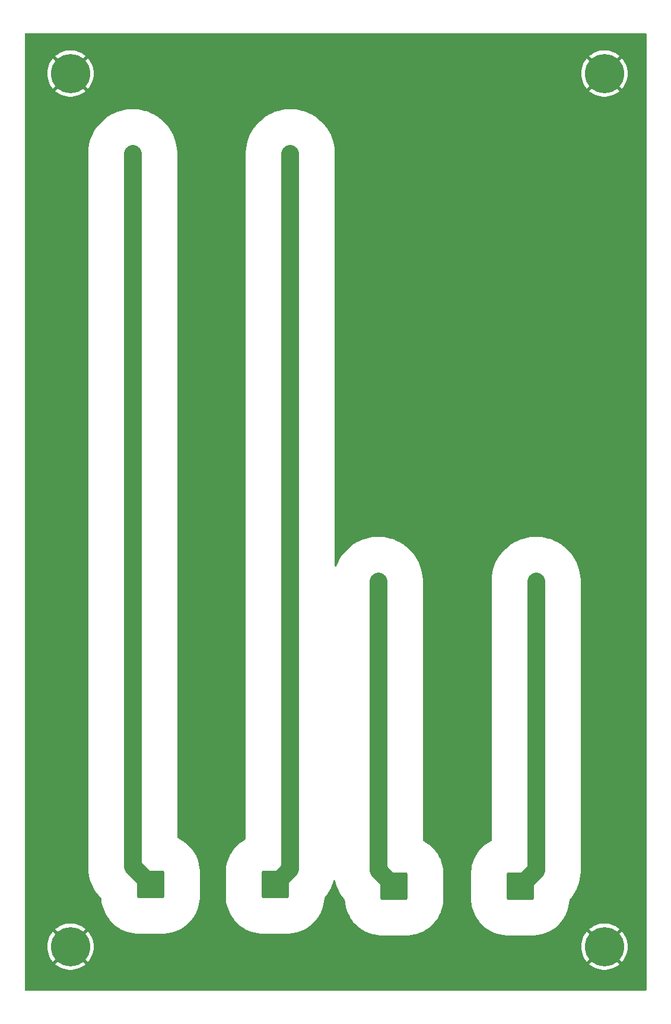
<source format=gbr>
%TF.GenerationSoftware,KiCad,Pcbnew,8.0.6*%
%TF.CreationDate,2025-01-24T11:54:14-08:00*%
%TF.ProjectId,Capacitor_test_board,43617061-6369-4746-9f72-5f746573745f,rev?*%
%TF.SameCoordinates,Original*%
%TF.FileFunction,Copper,L2,Bot*%
%TF.FilePolarity,Positive*%
%FSLAX46Y46*%
G04 Gerber Fmt 4.6, Leading zero omitted, Abs format (unit mm)*
G04 Created by KiCad (PCBNEW 8.0.6) date 2025-01-24 11:54:14*
%MOMM*%
%LPD*%
G01*
G04 APERTURE LIST*
G04 Aperture macros list*
%AMRoundRect*
0 Rectangle with rounded corners*
0 $1 Rounding radius*
0 $2 $3 $4 $5 $6 $7 $8 $9 X,Y pos of 4 corners*
0 Add a 4 corners polygon primitive as box body*
4,1,4,$2,$3,$4,$5,$6,$7,$8,$9,$2,$3,0*
0 Add four circle primitives for the rounded corners*
1,1,$1+$1,$2,$3*
1,1,$1+$1,$4,$5*
1,1,$1+$1,$6,$7*
1,1,$1+$1,$8,$9*
0 Add four rect primitives between the rounded corners*
20,1,$1+$1,$2,$3,$4,$5,0*
20,1,$1+$1,$4,$5,$6,$7,0*
20,1,$1+$1,$6,$7,$8,$9,0*
20,1,$1+$1,$8,$9,$2,$3,0*%
G04 Aperture macros list end*
%TA.AperFunction,ComponentPad*%
%ADD10C,3.600000*%
%TD*%
%TA.AperFunction,ConnectorPad*%
%ADD11C,5.600000*%
%TD*%
%TA.AperFunction,ComponentPad*%
%ADD12RoundRect,0.250002X-1.699998X-1.699998X1.699998X-1.699998X1.699998X1.699998X-1.699998X1.699998X0*%
%TD*%
%TA.AperFunction,ComponentPad*%
%ADD13C,2.400000*%
%TD*%
%TA.AperFunction,Conductor*%
%ADD14C,2.540000*%
%TD*%
G04 APERTURE END LIST*
D10*
%TO.P,H4,1,1*%
%TO.N,GND*%
X127000000Y-151130000D03*
D11*
X127000000Y-151130000D03*
%TD*%
%TO.P,H3,1,1*%
%TO.N,GND*%
X50800000Y-151130000D03*
D10*
X50800000Y-151130000D03*
%TD*%
D11*
%TO.P,H2,1,1*%
%TO.N,GND*%
X127000000Y-26670000D03*
D10*
X127000000Y-26670000D03*
%TD*%
%TO.P,H1,1,1*%
%TO.N,GND*%
X50800000Y-26670000D03*
D11*
X50800000Y-26670000D03*
%TD*%
D12*
%TO.P,J4,1,Pin_1*%
%TO.N,Net-(J4-Pin_1)*%
X115000000Y-142500000D03*
%TD*%
%TO.P,J3,1,Pin_1*%
%TO.N,Net-(J3-Pin_1)*%
X97000000Y-142500000D03*
%TD*%
%TO.P,J2,1,Pin_1*%
%TO.N,Net-(J2-Pin_1)*%
X80010000Y-142240000D03*
%TD*%
%TO.P,J1,1,Pin_1*%
%TO.N,Net-(J1-Pin_1)*%
X62230000Y-142240000D03*
%TD*%
D13*
%TO.P,C10,2*%
%TO.N,Net-(J4-Pin_1)*%
X117250000Y-129540000D03*
%TO.P,C10,1*%
%TO.N,Net-(J3-Pin_1)*%
X94750000Y-129540000D03*
%TD*%
%TO.P,C9,2*%
%TO.N,Net-(J4-Pin_1)*%
X117250000Y-114300000D03*
%TO.P,C9,1*%
%TO.N,Net-(J3-Pin_1)*%
X94750000Y-114300000D03*
%TD*%
%TO.P,C8,2*%
%TO.N,Net-(J4-Pin_1)*%
X117250000Y-99060000D03*
%TO.P,C8,1*%
%TO.N,Net-(J3-Pin_1)*%
X94750000Y-99060000D03*
%TD*%
%TO.P,C7,1*%
%TO.N,Net-(J1-Pin_1)*%
X59690000Y-129540000D03*
%TO.P,C7,2*%
%TO.N,Net-(J2-Pin_1)*%
X82190000Y-129540000D03*
%TD*%
%TO.P,C6,1*%
%TO.N,Net-(J1-Pin_1)*%
X59690000Y-114300000D03*
%TO.P,C6,2*%
%TO.N,Net-(J2-Pin_1)*%
X82190000Y-114300000D03*
%TD*%
%TO.P,C5,1*%
%TO.N,Net-(J1-Pin_1)*%
X59690000Y-99060000D03*
%TO.P,C5,2*%
%TO.N,Net-(J2-Pin_1)*%
X82190000Y-99060000D03*
%TD*%
%TO.P,C4,1*%
%TO.N,Net-(J1-Pin_1)*%
X59690000Y-83820000D03*
%TO.P,C4,2*%
%TO.N,Net-(J2-Pin_1)*%
X82190000Y-83820000D03*
%TD*%
%TO.P,C3,2*%
%TO.N,Net-(J2-Pin_1)*%
X82190000Y-68580000D03*
%TO.P,C3,1*%
%TO.N,Net-(J1-Pin_1)*%
X59690000Y-68580000D03*
%TD*%
%TO.P,C2,2*%
%TO.N,Net-(J2-Pin_1)*%
X82190000Y-53340000D03*
%TO.P,C2,1*%
%TO.N,Net-(J1-Pin_1)*%
X59690000Y-53340000D03*
%TD*%
%TO.P,C1,2*%
%TO.N,Net-(J2-Pin_1)*%
X82190000Y-38100000D03*
%TO.P,C1,1*%
%TO.N,Net-(J1-Pin_1)*%
X59690000Y-38100000D03*
%TD*%
D14*
%TO.N,Net-(J4-Pin_1)*%
X117250000Y-140250000D02*
X115000000Y-142500000D01*
X117250000Y-99060000D02*
X117250000Y-140250000D01*
%TO.N,Net-(J3-Pin_1)*%
X94750000Y-140250000D02*
X97000000Y-142500000D01*
X94750000Y-99060000D02*
X94750000Y-140250000D01*
%TO.N,Net-(J2-Pin_1)*%
X82190000Y-140060000D02*
X80010000Y-142240000D01*
X82190000Y-68580000D02*
X82190000Y-99060000D01*
X82190000Y-53340000D02*
X82190000Y-68580000D01*
X82190000Y-38100000D02*
X82190000Y-53340000D01*
%TO.N,Net-(J1-Pin_1)*%
X59690000Y-139700000D02*
X62230000Y-142240000D01*
X59690000Y-129540000D02*
X59690000Y-139700000D01*
X59690000Y-114300000D02*
X59690000Y-129540000D01*
X59690000Y-99060000D02*
X59690000Y-114300000D01*
X59690000Y-83820000D02*
X59690000Y-99060000D01*
X59690000Y-68580000D02*
X59690000Y-83820000D01*
X59690000Y-53340000D02*
X59690000Y-68580000D01*
X59690000Y-38100000D02*
X59690000Y-53340000D01*
%TO.N,Net-(J2-Pin_1)*%
X82190000Y-99060000D02*
X82190000Y-140060000D01*
%TD*%
%TA.AperFunction,Conductor*%
%TO.N,GND*%
G36*
X132942539Y-20920185D02*
G01*
X132988294Y-20972989D01*
X132999500Y-21024500D01*
X132999500Y-157275500D01*
X132979815Y-157342539D01*
X132927011Y-157388294D01*
X132875500Y-157399500D01*
X44424500Y-157399500D01*
X44357461Y-157379815D01*
X44311706Y-157327011D01*
X44300500Y-157275500D01*
X44300500Y-151129997D01*
X47495153Y-151129997D01*
X47495153Y-151130002D01*
X47514526Y-151487314D01*
X47514527Y-151487331D01*
X47572415Y-151840431D01*
X47572421Y-151840457D01*
X47668147Y-152185232D01*
X47668149Y-152185239D01*
X47800597Y-152517659D01*
X47800606Y-152517677D01*
X47968218Y-152833827D01*
X48169024Y-153129994D01*
X48169035Y-153130008D01*
X48296441Y-153280002D01*
X48296442Y-153280002D01*
X49505747Y-152070697D01*
X49579588Y-152172330D01*
X49757670Y-152350412D01*
X49859300Y-152424251D01*
X48647257Y-153636294D01*
X48660495Y-153648836D01*
X48945367Y-153865388D01*
X48945370Y-153865390D01*
X49251990Y-154049876D01*
X49576739Y-154200122D01*
X49576744Y-154200123D01*
X49915855Y-154314383D01*
X50265339Y-154391311D01*
X50621075Y-154429999D01*
X50621085Y-154430000D01*
X50978915Y-154430000D01*
X50978924Y-154429999D01*
X51334660Y-154391311D01*
X51684144Y-154314383D01*
X52023255Y-154200123D01*
X52023260Y-154200122D01*
X52348009Y-154049876D01*
X52654629Y-153865390D01*
X52654632Y-153865388D01*
X52939509Y-153648831D01*
X52952742Y-153636295D01*
X52952742Y-153636294D01*
X51740699Y-152424251D01*
X51842330Y-152350412D01*
X52020412Y-152172330D01*
X52094252Y-152070698D01*
X53303556Y-153280002D01*
X53430972Y-153129998D01*
X53430975Y-153129994D01*
X53631781Y-152833827D01*
X53799393Y-152517677D01*
X53799402Y-152517659D01*
X53931850Y-152185239D01*
X53931852Y-152185232D01*
X54027578Y-151840457D01*
X54027584Y-151840431D01*
X54085472Y-151487331D01*
X54085473Y-151487314D01*
X54104847Y-151130002D01*
X54104847Y-151129997D01*
X123695153Y-151129997D01*
X123695153Y-151130002D01*
X123714526Y-151487314D01*
X123714527Y-151487331D01*
X123772415Y-151840431D01*
X123772421Y-151840457D01*
X123868147Y-152185232D01*
X123868149Y-152185239D01*
X124000597Y-152517659D01*
X124000606Y-152517677D01*
X124168218Y-152833827D01*
X124369024Y-153129994D01*
X124369035Y-153130008D01*
X124496441Y-153280002D01*
X124496442Y-153280002D01*
X125705747Y-152070697D01*
X125779588Y-152172330D01*
X125957670Y-152350412D01*
X126059300Y-152424251D01*
X124847257Y-153636294D01*
X124860495Y-153648836D01*
X125145367Y-153865388D01*
X125145370Y-153865390D01*
X125451990Y-154049876D01*
X125776739Y-154200122D01*
X125776744Y-154200123D01*
X126115855Y-154314383D01*
X126465339Y-154391311D01*
X126821075Y-154429999D01*
X126821085Y-154430000D01*
X127178915Y-154430000D01*
X127178924Y-154429999D01*
X127534660Y-154391311D01*
X127884144Y-154314383D01*
X128223255Y-154200123D01*
X128223260Y-154200122D01*
X128548009Y-154049876D01*
X128854629Y-153865390D01*
X128854632Y-153865388D01*
X129139509Y-153648831D01*
X129152742Y-153636295D01*
X129152742Y-153636294D01*
X127940699Y-152424251D01*
X128042330Y-152350412D01*
X128220412Y-152172330D01*
X128294251Y-152070698D01*
X129503556Y-153280002D01*
X129630972Y-153129998D01*
X129630975Y-153129994D01*
X129831781Y-152833827D01*
X129999393Y-152517677D01*
X129999402Y-152517659D01*
X130131850Y-152185239D01*
X130131852Y-152185232D01*
X130227578Y-151840457D01*
X130227584Y-151840431D01*
X130285472Y-151487331D01*
X130285473Y-151487314D01*
X130304847Y-151130002D01*
X130304847Y-151129997D01*
X130285473Y-150772685D01*
X130285472Y-150772668D01*
X130227584Y-150419568D01*
X130227578Y-150419542D01*
X130131852Y-150074767D01*
X130131850Y-150074760D01*
X129999402Y-149742340D01*
X129999393Y-149742322D01*
X129831781Y-149426172D01*
X129630975Y-149130005D01*
X129630964Y-149129991D01*
X129503556Y-148979996D01*
X128294251Y-150189301D01*
X128220412Y-150087670D01*
X128042330Y-149909588D01*
X127940698Y-149835748D01*
X129152742Y-148623704D01*
X129139504Y-148611163D01*
X128854632Y-148394611D01*
X128854629Y-148394609D01*
X128548009Y-148210123D01*
X128223260Y-148059877D01*
X128223255Y-148059876D01*
X127884144Y-147945616D01*
X127534660Y-147868688D01*
X127178924Y-147830000D01*
X126821075Y-147830000D01*
X126465339Y-147868688D01*
X126115855Y-147945616D01*
X125776744Y-148059876D01*
X125776739Y-148059877D01*
X125451990Y-148210123D01*
X125145370Y-148394609D01*
X125145367Y-148394611D01*
X124860486Y-148611170D01*
X124860485Y-148611171D01*
X124847257Y-148623702D01*
X124847256Y-148623703D01*
X126059301Y-149835748D01*
X125957670Y-149909588D01*
X125779588Y-150087670D01*
X125705748Y-150189301D01*
X124496442Y-148979995D01*
X124496441Y-148979996D01*
X124369033Y-149129992D01*
X124168218Y-149426172D01*
X124000606Y-149742322D01*
X124000597Y-149742340D01*
X123868149Y-150074760D01*
X123868147Y-150074767D01*
X123772421Y-150419542D01*
X123772415Y-150419568D01*
X123714527Y-150772668D01*
X123714526Y-150772685D01*
X123695153Y-151129997D01*
X54104847Y-151129997D01*
X54085473Y-150772685D01*
X54085472Y-150772668D01*
X54027584Y-150419568D01*
X54027578Y-150419542D01*
X53931852Y-150074767D01*
X53931850Y-150074760D01*
X53799402Y-149742340D01*
X53799393Y-149742322D01*
X53631781Y-149426172D01*
X53430975Y-149130005D01*
X53430964Y-149129991D01*
X53303556Y-148979996D01*
X52094251Y-150189300D01*
X52020412Y-150087670D01*
X51842330Y-149909588D01*
X51740698Y-149835748D01*
X52952742Y-148623704D01*
X52939504Y-148611163D01*
X52654632Y-148394611D01*
X52654629Y-148394609D01*
X52348009Y-148210123D01*
X52023260Y-148059877D01*
X52023255Y-148059876D01*
X51684144Y-147945616D01*
X51334660Y-147868688D01*
X50978924Y-147830000D01*
X50621075Y-147830000D01*
X50265339Y-147868688D01*
X49915855Y-147945616D01*
X49576744Y-148059876D01*
X49576739Y-148059877D01*
X49251990Y-148210123D01*
X48945370Y-148394609D01*
X48945367Y-148394611D01*
X48660486Y-148611170D01*
X48660485Y-148611171D01*
X48647257Y-148623702D01*
X48647256Y-148623703D01*
X49859301Y-149835748D01*
X49757670Y-149909588D01*
X49579588Y-150087670D01*
X49505748Y-150189301D01*
X48296442Y-148979995D01*
X48296441Y-148979996D01*
X48169033Y-149129992D01*
X47968218Y-149426172D01*
X47800606Y-149742322D01*
X47800597Y-149742340D01*
X47668149Y-150074760D01*
X47668147Y-150074767D01*
X47572421Y-150419542D01*
X47572415Y-150419568D01*
X47514527Y-150772668D01*
X47514526Y-150772685D01*
X47495153Y-151129997D01*
X44300500Y-151129997D01*
X44300500Y-37850482D01*
X53339500Y-37850482D01*
X53339500Y-139949517D01*
X53347896Y-140056195D01*
X53378653Y-140446997D01*
X53456717Y-140939877D01*
X53573212Y-141425113D01*
X53573216Y-141425124D01*
X53727416Y-141899706D01*
X53857203Y-142213040D01*
X53918387Y-142360750D01*
X54144939Y-142805383D01*
X54144944Y-142805391D01*
X54144946Y-142805395D01*
X54144949Y-142805402D01*
X54405672Y-143230861D01*
X54405679Y-143230872D01*
X54698991Y-143634582D01*
X54699001Y-143634596D01*
X55006471Y-143994595D01*
X55023087Y-144014050D01*
X55023094Y-144014057D01*
X55167219Y-144158182D01*
X55200704Y-144219505D01*
X55202957Y-144233875D01*
X55246661Y-144683804D01*
X55246662Y-144683811D01*
X55330162Y-145135239D01*
X55452159Y-145577818D01*
X55452161Y-145577825D01*
X55452163Y-145577830D01*
X55452164Y-145577835D01*
X55611749Y-146008267D01*
X55611752Y-146008274D01*
X55807750Y-146423400D01*
X55807754Y-146423408D01*
X55807756Y-146423411D01*
X56038723Y-146820164D01*
X56302942Y-147195594D01*
X56598457Y-147546921D01*
X56923079Y-147871543D01*
X57274406Y-148167058D01*
X57649836Y-148431277D01*
X58046589Y-148662244D01*
X58046591Y-148662245D01*
X58046599Y-148662249D01*
X58461725Y-148858247D01*
X58461732Y-148858250D01*
X58892164Y-149017835D01*
X58892167Y-149017835D01*
X58892182Y-149017841D01*
X59334761Y-149139838D01*
X59786189Y-149223338D01*
X60243124Y-149267722D01*
X60284427Y-149268833D01*
X60346376Y-149270500D01*
X60346382Y-149270500D01*
X64113624Y-149270500D01*
X64169940Y-149268984D01*
X64216876Y-149267722D01*
X64673811Y-149223338D01*
X65125239Y-149139838D01*
X65567818Y-149017841D01*
X65567833Y-149017835D01*
X65567835Y-149017835D01*
X65998267Y-148858250D01*
X65998265Y-148858250D01*
X65998270Y-148858249D01*
X66413411Y-148662244D01*
X66810164Y-148431277D01*
X67185594Y-148167058D01*
X67536921Y-147871543D01*
X67861543Y-147546921D01*
X68157058Y-147195594D01*
X68421277Y-146820164D01*
X68652244Y-146423411D01*
X68848249Y-146008270D01*
X69007841Y-145577818D01*
X69129838Y-145135239D01*
X69213338Y-144683811D01*
X69257722Y-144226876D01*
X69260500Y-144123618D01*
X69260500Y-140356382D01*
X69260500Y-140356376D01*
X72979500Y-140356376D01*
X72979500Y-144123618D01*
X72982277Y-144226871D01*
X72982278Y-144226876D01*
X73007533Y-144486884D01*
X73026662Y-144683811D01*
X73110162Y-145135239D01*
X73232159Y-145577818D01*
X73232161Y-145577825D01*
X73232163Y-145577830D01*
X73232164Y-145577835D01*
X73391749Y-146008267D01*
X73391752Y-146008274D01*
X73587750Y-146423400D01*
X73587754Y-146423408D01*
X73587756Y-146423411D01*
X73818723Y-146820164D01*
X74082942Y-147195594D01*
X74378457Y-147546921D01*
X74703079Y-147871543D01*
X75054406Y-148167058D01*
X75429836Y-148431277D01*
X75826589Y-148662244D01*
X75826591Y-148662245D01*
X75826599Y-148662249D01*
X76241725Y-148858247D01*
X76241732Y-148858250D01*
X76672164Y-149017835D01*
X76672167Y-149017835D01*
X76672182Y-149017841D01*
X77114761Y-149139838D01*
X77566189Y-149223338D01*
X78023124Y-149267722D01*
X78064427Y-149268833D01*
X78126376Y-149270500D01*
X78126382Y-149270500D01*
X81893624Y-149270500D01*
X81949940Y-149268984D01*
X81996876Y-149267722D01*
X82453811Y-149223338D01*
X82905239Y-149139838D01*
X83347818Y-149017841D01*
X83347833Y-149017835D01*
X83347835Y-149017835D01*
X83778267Y-148858250D01*
X83778265Y-148858250D01*
X83778270Y-148858249D01*
X84193411Y-148662244D01*
X84590164Y-148431277D01*
X84965594Y-148167058D01*
X85316921Y-147871543D01*
X85641543Y-147546921D01*
X85937058Y-147195594D01*
X86201277Y-146820164D01*
X86432244Y-146423411D01*
X86628249Y-146008270D01*
X86787841Y-145577818D01*
X86909838Y-145135239D01*
X86993338Y-144683811D01*
X87037722Y-144226876D01*
X87038334Y-144204099D01*
X87059811Y-144137614D01*
X87068015Y-144126880D01*
X87070802Y-144123618D01*
X87181003Y-143994590D01*
X87474322Y-143590871D01*
X87544732Y-143475972D01*
X87735062Y-143165383D01*
X87961613Y-142720750D01*
X88152581Y-142259712D01*
X88306788Y-141785113D01*
X88326619Y-141702507D01*
X88361408Y-141641919D01*
X88423434Y-141609755D01*
X88493003Y-141616231D01*
X88548028Y-141659290D01*
X88567765Y-141702510D01*
X88633212Y-141975113D01*
X88633216Y-141975124D01*
X88787416Y-142449706D01*
X88917203Y-142763040D01*
X88978387Y-142910750D01*
X89204939Y-143355383D01*
X89204944Y-143355391D01*
X89204946Y-143355395D01*
X89204949Y-143355402D01*
X89465672Y-143780861D01*
X89465679Y-143780872D01*
X89758991Y-144184582D01*
X89759002Y-144184596D01*
X89942331Y-144399247D01*
X89970902Y-144463009D01*
X89971996Y-144476434D01*
X89972277Y-144486874D01*
X89972278Y-144486884D01*
X89991406Y-144683804D01*
X90016662Y-144943811D01*
X90100162Y-145395239D01*
X90222159Y-145837818D01*
X90222161Y-145837825D01*
X90222163Y-145837830D01*
X90222164Y-145837835D01*
X90381749Y-146268267D01*
X90381752Y-146268274D01*
X90577750Y-146683400D01*
X90577754Y-146683408D01*
X90577756Y-146683411D01*
X90808723Y-147080164D01*
X91072942Y-147455594D01*
X91072946Y-147455599D01*
X91149761Y-147546921D01*
X91368457Y-147806921D01*
X91693079Y-148131543D01*
X92044406Y-148427058D01*
X92419836Y-148691277D01*
X92706661Y-148858250D01*
X92816591Y-148922245D01*
X92816599Y-148922249D01*
X93231725Y-149118247D01*
X93231732Y-149118250D01*
X93662164Y-149277835D01*
X93662167Y-149277835D01*
X93662182Y-149277841D01*
X94104761Y-149399838D01*
X94556189Y-149483338D01*
X95013124Y-149527722D01*
X95054427Y-149528833D01*
X95116376Y-149530500D01*
X95116382Y-149530500D01*
X98883624Y-149530500D01*
X98939940Y-149528984D01*
X98986876Y-149527722D01*
X99443811Y-149483338D01*
X99895239Y-149399838D01*
X100337818Y-149277841D01*
X100337833Y-149277835D01*
X100337835Y-149277835D01*
X100710045Y-149139836D01*
X100768270Y-149118249D01*
X101183411Y-148922244D01*
X101580164Y-148691277D01*
X101955594Y-148427058D01*
X102306921Y-148131543D01*
X102631543Y-147806921D01*
X102927058Y-147455594D01*
X103191277Y-147080164D01*
X103422244Y-146683411D01*
X103618249Y-146268270D01*
X103777841Y-145837818D01*
X103899838Y-145395239D01*
X103983338Y-144943811D01*
X104027722Y-144486876D01*
X104030500Y-144383618D01*
X104030500Y-140616382D01*
X104030500Y-140616376D01*
X107969500Y-140616376D01*
X107969500Y-144383623D01*
X107972277Y-144486871D01*
X107972278Y-144486883D01*
X107991406Y-144683804D01*
X108016662Y-144943811D01*
X108100162Y-145395239D01*
X108222159Y-145837818D01*
X108222161Y-145837825D01*
X108222163Y-145837830D01*
X108222164Y-145837835D01*
X108381749Y-146268267D01*
X108381752Y-146268274D01*
X108577750Y-146683400D01*
X108577754Y-146683408D01*
X108577756Y-146683411D01*
X108808723Y-147080164D01*
X109072942Y-147455594D01*
X109072946Y-147455599D01*
X109149761Y-147546921D01*
X109368457Y-147806921D01*
X109693079Y-148131543D01*
X110044406Y-148427058D01*
X110419836Y-148691277D01*
X110706661Y-148858250D01*
X110816591Y-148922245D01*
X110816599Y-148922249D01*
X111231725Y-149118247D01*
X111231732Y-149118250D01*
X111662164Y-149277835D01*
X111662167Y-149277835D01*
X111662182Y-149277841D01*
X112104761Y-149399838D01*
X112556189Y-149483338D01*
X113013124Y-149527722D01*
X113054427Y-149528833D01*
X113116376Y-149530500D01*
X113116382Y-149530500D01*
X116883624Y-149530500D01*
X116939940Y-149528984D01*
X116986876Y-149527722D01*
X117443811Y-149483338D01*
X117895239Y-149399838D01*
X118337818Y-149277841D01*
X118337833Y-149277835D01*
X118337835Y-149277835D01*
X118710045Y-149139836D01*
X118768270Y-149118249D01*
X119183411Y-148922244D01*
X119580164Y-148691277D01*
X119955594Y-148427058D01*
X120306921Y-148131543D01*
X120631543Y-147806921D01*
X120927058Y-147455594D01*
X121191277Y-147080164D01*
X121422244Y-146683411D01*
X121618249Y-146268270D01*
X121777841Y-145837818D01*
X121899838Y-145395239D01*
X121983338Y-144943811D01*
X122027722Y-144486876D01*
X122028002Y-144476452D01*
X122049477Y-144409966D01*
X122057657Y-144399259D01*
X122204887Y-144226876D01*
X122241003Y-144184590D01*
X122534322Y-143780871D01*
X122650754Y-143590871D01*
X122795062Y-143355383D01*
X123021613Y-142910750D01*
X123212581Y-142449712D01*
X123366788Y-141975113D01*
X123483283Y-141489877D01*
X123561348Y-140996996D01*
X123600500Y-140499511D01*
X123600500Y-140000488D01*
X123600500Y-98810488D01*
X123561347Y-98313003D01*
X123483283Y-97820123D01*
X123366788Y-97334887D01*
X123212581Y-96860288D01*
X123021613Y-96399250D01*
X122795061Y-95954617D01*
X122795052Y-95954603D01*
X122795050Y-95954597D01*
X122610165Y-95652893D01*
X122534322Y-95529129D01*
X122241003Y-95125410D01*
X122240998Y-95125403D01*
X121916918Y-94745956D01*
X121916913Y-94745950D01*
X121564050Y-94393087D01*
X121564043Y-94393081D01*
X121184596Y-94069001D01*
X121184582Y-94068991D01*
X120780872Y-93775679D01*
X120780871Y-93775678D01*
X120750114Y-93756830D01*
X120355402Y-93514949D01*
X120355395Y-93514946D01*
X120355391Y-93514944D01*
X120355383Y-93514939D01*
X119910750Y-93288387D01*
X119763040Y-93227203D01*
X119449706Y-93097416D01*
X119112023Y-92987697D01*
X118975113Y-92943212D01*
X118489877Y-92826717D01*
X117996997Y-92748653D01*
X117499517Y-92709500D01*
X117499512Y-92709500D01*
X117000488Y-92709500D01*
X117000482Y-92709500D01*
X116503002Y-92748653D01*
X116503001Y-92748653D01*
X116010128Y-92826716D01*
X116010125Y-92826716D01*
X116010123Y-92826717D01*
X115836341Y-92868438D01*
X115524898Y-92943209D01*
X115524892Y-92943210D01*
X115524887Y-92943212D01*
X115524875Y-92943216D01*
X115050293Y-93097416D01*
X114589252Y-93288386D01*
X114589250Y-93288387D01*
X114144617Y-93514939D01*
X114144613Y-93514941D01*
X114144604Y-93514946D01*
X114144597Y-93514949D01*
X113719138Y-93775672D01*
X113719127Y-93775679D01*
X113315417Y-94068991D01*
X113315403Y-94069001D01*
X112935956Y-94393081D01*
X112935942Y-94393094D01*
X112583094Y-94745942D01*
X112583081Y-94745956D01*
X112259001Y-95125403D01*
X112258991Y-95125417D01*
X111965679Y-95529127D01*
X111965672Y-95529138D01*
X111704949Y-95954597D01*
X111704946Y-95954604D01*
X111478386Y-96399252D01*
X111287416Y-96860293D01*
X111133216Y-97334875D01*
X111133209Y-97334898D01*
X111016716Y-97820128D01*
X110938653Y-98313001D01*
X110938653Y-98313002D01*
X110899500Y-98810482D01*
X110899500Y-135960029D01*
X110879815Y-136027068D01*
X110828444Y-136072158D01*
X110816587Y-136077756D01*
X110419836Y-136308723D01*
X110044400Y-136572946D01*
X109693083Y-136868453D01*
X109693070Y-136868465D01*
X109368465Y-137193070D01*
X109368453Y-137193083D01*
X109072946Y-137544400D01*
X108808723Y-137919836D01*
X108577754Y-138316591D01*
X108577750Y-138316599D01*
X108381752Y-138731725D01*
X108381749Y-138731732D01*
X108222164Y-139162164D01*
X108222163Y-139162169D01*
X108222160Y-139162177D01*
X108222159Y-139162182D01*
X108171831Y-139344761D01*
X108100163Y-139604756D01*
X108016661Y-140056195D01*
X107972278Y-140513116D01*
X107972277Y-140513128D01*
X107969500Y-140616376D01*
X104030500Y-140616376D01*
X104027722Y-140513124D01*
X103983338Y-140056189D01*
X103899838Y-139604761D01*
X103777841Y-139162182D01*
X103777835Y-139162167D01*
X103777835Y-139162164D01*
X103618250Y-138731732D01*
X103618247Y-138731725D01*
X103422249Y-138316599D01*
X103422245Y-138316591D01*
X103422244Y-138316589D01*
X103191277Y-137919836D01*
X102927058Y-137544406D01*
X102631543Y-137193079D01*
X102306921Y-136868457D01*
X101997826Y-136608465D01*
X101955599Y-136572946D01*
X101955597Y-136572944D01*
X101955594Y-136572942D01*
X101580164Y-136308723D01*
X101381787Y-136193239D01*
X101183412Y-136077756D01*
X101171556Y-136072158D01*
X101119339Y-136025734D01*
X101100500Y-135960029D01*
X101100500Y-98810495D01*
X101100500Y-98810488D01*
X101061347Y-98313003D01*
X100983283Y-97820123D01*
X100866788Y-97334887D01*
X100712581Y-96860288D01*
X100521613Y-96399250D01*
X100295061Y-95954617D01*
X100295052Y-95954603D01*
X100295050Y-95954597D01*
X100110165Y-95652893D01*
X100034322Y-95529129D01*
X99741003Y-95125410D01*
X99740998Y-95125403D01*
X99416918Y-94745956D01*
X99416913Y-94745950D01*
X99064050Y-94393087D01*
X99064043Y-94393081D01*
X98684596Y-94069001D01*
X98684582Y-94068991D01*
X98280872Y-93775679D01*
X98280871Y-93775678D01*
X98250114Y-93756830D01*
X97855402Y-93514949D01*
X97855395Y-93514946D01*
X97855391Y-93514944D01*
X97855383Y-93514939D01*
X97410750Y-93288387D01*
X97263040Y-93227203D01*
X96949706Y-93097416D01*
X96612023Y-92987697D01*
X96475113Y-92943212D01*
X95989877Y-92826717D01*
X95496997Y-92748653D01*
X94999517Y-92709500D01*
X94999512Y-92709500D01*
X94500488Y-92709500D01*
X94500482Y-92709500D01*
X94003002Y-92748653D01*
X94003001Y-92748653D01*
X93510128Y-92826716D01*
X93510125Y-92826716D01*
X93510123Y-92826717D01*
X93336341Y-92868438D01*
X93024898Y-92943209D01*
X93024892Y-92943210D01*
X93024887Y-92943212D01*
X93024875Y-92943216D01*
X92550293Y-93097416D01*
X92089252Y-93288386D01*
X92089250Y-93288387D01*
X91644617Y-93514939D01*
X91644613Y-93514941D01*
X91644604Y-93514946D01*
X91644597Y-93514949D01*
X91219138Y-93775672D01*
X91219127Y-93775679D01*
X90815417Y-94068991D01*
X90815403Y-94069001D01*
X90435956Y-94393081D01*
X90435942Y-94393094D01*
X90083094Y-94745942D01*
X90083081Y-94745956D01*
X89759001Y-95125403D01*
X89758991Y-95125417D01*
X89465679Y-95529127D01*
X89465672Y-95529138D01*
X89204949Y-95954597D01*
X89204946Y-95954604D01*
X88978386Y-96399252D01*
X88787414Y-96860297D01*
X88782430Y-96875639D01*
X88742992Y-96933314D01*
X88678633Y-96960511D01*
X88609787Y-96948596D01*
X88558312Y-96901351D01*
X88540500Y-96837319D01*
X88540500Y-37850495D01*
X88540500Y-37850488D01*
X88501347Y-37353003D01*
X88423283Y-36860123D01*
X88306788Y-36374887D01*
X88152581Y-35900288D01*
X87961613Y-35439250D01*
X87735061Y-34994617D01*
X87735052Y-34994603D01*
X87735050Y-34994597D01*
X87550165Y-34692893D01*
X87474322Y-34569129D01*
X87181003Y-34165410D01*
X87180998Y-34165403D01*
X86856918Y-33785956D01*
X86856913Y-33785950D01*
X86504050Y-33433087D01*
X86504043Y-33433081D01*
X86124596Y-33109001D01*
X86124582Y-33108991D01*
X85720872Y-32815679D01*
X85720871Y-32815678D01*
X85690114Y-32796830D01*
X85295402Y-32554949D01*
X85295395Y-32554946D01*
X85295391Y-32554944D01*
X85295383Y-32554939D01*
X84850750Y-32328387D01*
X84703040Y-32267203D01*
X84389706Y-32137416D01*
X84052023Y-32027697D01*
X83915113Y-31983212D01*
X83429877Y-31866717D01*
X82936997Y-31788653D01*
X82439517Y-31749500D01*
X82439512Y-31749500D01*
X81940488Y-31749500D01*
X81940482Y-31749500D01*
X81443002Y-31788653D01*
X81443001Y-31788653D01*
X80950128Y-31866716D01*
X80950125Y-31866716D01*
X80950123Y-31866717D01*
X80776341Y-31908438D01*
X80464898Y-31983209D01*
X80464892Y-31983210D01*
X80464887Y-31983212D01*
X80464875Y-31983216D01*
X79990293Y-32137416D01*
X79529252Y-32328386D01*
X79529250Y-32328387D01*
X79084617Y-32554939D01*
X79084613Y-32554941D01*
X79084604Y-32554946D01*
X79084597Y-32554949D01*
X78659138Y-32815672D01*
X78659127Y-32815679D01*
X78255417Y-33108991D01*
X78255403Y-33109001D01*
X77875956Y-33433081D01*
X77875942Y-33433094D01*
X77523094Y-33785942D01*
X77523081Y-33785956D01*
X77199001Y-34165403D01*
X77198991Y-34165417D01*
X76905679Y-34569127D01*
X76905672Y-34569138D01*
X76644949Y-34994597D01*
X76644946Y-34994604D01*
X76418386Y-35439252D01*
X76227416Y-35900293D01*
X76073216Y-36374875D01*
X76073209Y-36374898D01*
X75956716Y-36860128D01*
X75878653Y-37353001D01*
X75878653Y-37353002D01*
X75839500Y-37850482D01*
X75839500Y-135738945D01*
X75819815Y-135805984D01*
X75777885Y-135846108D01*
X75582194Y-135960029D01*
X75429836Y-136048723D01*
X75054400Y-136312946D01*
X74703083Y-136608453D01*
X74703070Y-136608465D01*
X74378465Y-136933070D01*
X74378453Y-136933083D01*
X74082946Y-137284400D01*
X73818723Y-137659836D01*
X73587754Y-138056591D01*
X73587750Y-138056599D01*
X73391752Y-138471725D01*
X73391749Y-138471732D01*
X73232164Y-138902164D01*
X73232163Y-138902169D01*
X73110163Y-139344756D01*
X73026661Y-139796195D01*
X72982278Y-140253116D01*
X72982277Y-140253128D01*
X72979500Y-140356376D01*
X69260500Y-140356376D01*
X69257722Y-140253124D01*
X69213338Y-139796189D01*
X69129838Y-139344761D01*
X69007841Y-138902182D01*
X69007835Y-138902167D01*
X69007835Y-138902164D01*
X68848250Y-138471732D01*
X68848247Y-138471725D01*
X68652249Y-138056599D01*
X68652245Y-138056591D01*
X68572634Y-137919836D01*
X68421277Y-137659836D01*
X68157058Y-137284406D01*
X67861543Y-136933079D01*
X67536921Y-136608457D01*
X67185594Y-136312942D01*
X66810164Y-136048723D01*
X66647263Y-135953891D01*
X66413409Y-135817754D01*
X66111559Y-135675238D01*
X66059341Y-135628816D01*
X66040500Y-135563108D01*
X66040500Y-37850495D01*
X66040500Y-37850488D01*
X66001347Y-37353003D01*
X65923283Y-36860123D01*
X65806788Y-36374887D01*
X65652581Y-35900288D01*
X65461613Y-35439250D01*
X65235061Y-34994617D01*
X65235052Y-34994603D01*
X65235050Y-34994597D01*
X65050165Y-34692893D01*
X64974322Y-34569129D01*
X64681003Y-34165410D01*
X64680998Y-34165403D01*
X64356918Y-33785956D01*
X64356913Y-33785950D01*
X64004050Y-33433087D01*
X64004043Y-33433081D01*
X63624596Y-33109001D01*
X63624582Y-33108991D01*
X63220872Y-32815679D01*
X63220871Y-32815678D01*
X63190114Y-32796830D01*
X62795402Y-32554949D01*
X62795395Y-32554946D01*
X62795391Y-32554944D01*
X62795383Y-32554939D01*
X62350750Y-32328387D01*
X62203040Y-32267203D01*
X61889706Y-32137416D01*
X61552023Y-32027697D01*
X61415113Y-31983212D01*
X60929877Y-31866717D01*
X60436997Y-31788653D01*
X59939517Y-31749500D01*
X59939512Y-31749500D01*
X59440488Y-31749500D01*
X59440482Y-31749500D01*
X58943002Y-31788653D01*
X58943001Y-31788653D01*
X58450128Y-31866716D01*
X58450125Y-31866716D01*
X58450123Y-31866717D01*
X58276341Y-31908438D01*
X57964898Y-31983209D01*
X57964892Y-31983210D01*
X57964887Y-31983212D01*
X57964875Y-31983216D01*
X57490293Y-32137416D01*
X57029252Y-32328386D01*
X57029250Y-32328387D01*
X56584617Y-32554939D01*
X56584613Y-32554941D01*
X56584604Y-32554946D01*
X56584597Y-32554949D01*
X56159138Y-32815672D01*
X56159127Y-32815679D01*
X55755417Y-33108991D01*
X55755403Y-33109001D01*
X55375956Y-33433081D01*
X55375942Y-33433094D01*
X55023094Y-33785942D01*
X55023081Y-33785956D01*
X54699001Y-34165403D01*
X54698991Y-34165417D01*
X54405679Y-34569127D01*
X54405672Y-34569138D01*
X54144949Y-34994597D01*
X54144946Y-34994604D01*
X53918386Y-35439252D01*
X53727416Y-35900293D01*
X53573216Y-36374875D01*
X53573209Y-36374898D01*
X53456716Y-36860128D01*
X53378653Y-37353001D01*
X53378653Y-37353002D01*
X53339500Y-37850482D01*
X44300500Y-37850482D01*
X44300500Y-26669997D01*
X47495153Y-26669997D01*
X47495153Y-26670002D01*
X47514526Y-27027314D01*
X47514527Y-27027331D01*
X47572415Y-27380431D01*
X47572421Y-27380457D01*
X47668147Y-27725232D01*
X47668149Y-27725239D01*
X47800597Y-28057659D01*
X47800606Y-28057677D01*
X47968218Y-28373827D01*
X48169024Y-28669994D01*
X48169035Y-28670008D01*
X48296441Y-28820002D01*
X48296442Y-28820002D01*
X49505747Y-27610697D01*
X49579588Y-27712330D01*
X49757670Y-27890412D01*
X49859300Y-27964251D01*
X48647257Y-29176294D01*
X48660495Y-29188836D01*
X48945367Y-29405388D01*
X48945370Y-29405390D01*
X49251990Y-29589876D01*
X49576739Y-29740122D01*
X49576744Y-29740123D01*
X49915855Y-29854383D01*
X50265339Y-29931311D01*
X50621075Y-29969999D01*
X50621085Y-29970000D01*
X50978915Y-29970000D01*
X50978924Y-29969999D01*
X51334660Y-29931311D01*
X51684144Y-29854383D01*
X52023255Y-29740123D01*
X52023260Y-29740122D01*
X52348009Y-29589876D01*
X52654629Y-29405390D01*
X52654632Y-29405388D01*
X52939509Y-29188831D01*
X52952742Y-29176295D01*
X52952742Y-29176294D01*
X51740699Y-27964251D01*
X51842330Y-27890412D01*
X52020412Y-27712330D01*
X52094252Y-27610698D01*
X53303556Y-28820002D01*
X53430972Y-28669998D01*
X53430975Y-28669994D01*
X53631781Y-28373827D01*
X53799393Y-28057677D01*
X53799402Y-28057659D01*
X53931850Y-27725239D01*
X53931852Y-27725232D01*
X54027578Y-27380457D01*
X54027584Y-27380431D01*
X54085472Y-27027331D01*
X54085473Y-27027314D01*
X54104847Y-26670002D01*
X54104847Y-26669997D01*
X123695153Y-26669997D01*
X123695153Y-26670002D01*
X123714526Y-27027314D01*
X123714527Y-27027331D01*
X123772415Y-27380431D01*
X123772421Y-27380457D01*
X123868147Y-27725232D01*
X123868149Y-27725239D01*
X124000597Y-28057659D01*
X124000606Y-28057677D01*
X124168218Y-28373827D01*
X124369024Y-28669994D01*
X124369035Y-28670008D01*
X124496441Y-28820002D01*
X124496442Y-28820002D01*
X125705747Y-27610697D01*
X125779588Y-27712330D01*
X125957670Y-27890412D01*
X126059300Y-27964251D01*
X124847257Y-29176294D01*
X124860495Y-29188836D01*
X125145367Y-29405388D01*
X125145370Y-29405390D01*
X125451990Y-29589876D01*
X125776739Y-29740122D01*
X125776744Y-29740123D01*
X126115855Y-29854383D01*
X126465339Y-29931311D01*
X126821075Y-29969999D01*
X126821085Y-29970000D01*
X127178915Y-29970000D01*
X127178924Y-29969999D01*
X127534660Y-29931311D01*
X127884144Y-29854383D01*
X128223255Y-29740123D01*
X128223260Y-29740122D01*
X128548009Y-29589876D01*
X128854629Y-29405390D01*
X128854632Y-29405388D01*
X129139509Y-29188831D01*
X129152742Y-29176295D01*
X129152742Y-29176294D01*
X127940699Y-27964251D01*
X128042330Y-27890412D01*
X128220412Y-27712330D01*
X128294251Y-27610698D01*
X129503556Y-28820002D01*
X129630972Y-28669998D01*
X129630975Y-28669994D01*
X129831781Y-28373827D01*
X129999393Y-28057677D01*
X129999402Y-28057659D01*
X130131850Y-27725239D01*
X130131852Y-27725232D01*
X130227578Y-27380457D01*
X130227584Y-27380431D01*
X130285472Y-27027331D01*
X130285473Y-27027314D01*
X130304847Y-26670002D01*
X130304847Y-26669997D01*
X130285473Y-26312685D01*
X130285472Y-26312668D01*
X130227584Y-25959568D01*
X130227578Y-25959542D01*
X130131852Y-25614767D01*
X130131850Y-25614760D01*
X129999402Y-25282340D01*
X129999393Y-25282322D01*
X129831781Y-24966172D01*
X129630975Y-24670005D01*
X129630964Y-24669991D01*
X129503556Y-24519996D01*
X128294251Y-25729301D01*
X128220412Y-25627670D01*
X128042330Y-25449588D01*
X127940698Y-25375748D01*
X129152742Y-24163704D01*
X129139504Y-24151163D01*
X128854632Y-23934611D01*
X128854629Y-23934609D01*
X128548009Y-23750123D01*
X128223260Y-23599877D01*
X128223255Y-23599876D01*
X127884144Y-23485616D01*
X127534660Y-23408688D01*
X127178924Y-23370000D01*
X126821075Y-23370000D01*
X126465339Y-23408688D01*
X126115855Y-23485616D01*
X125776744Y-23599876D01*
X125776739Y-23599877D01*
X125451990Y-23750123D01*
X125145370Y-23934609D01*
X125145367Y-23934611D01*
X124860486Y-24151170D01*
X124860485Y-24151171D01*
X124847257Y-24163702D01*
X124847256Y-24163703D01*
X126059301Y-25375748D01*
X125957670Y-25449588D01*
X125779588Y-25627670D01*
X125705748Y-25729301D01*
X124496442Y-24519995D01*
X124496441Y-24519996D01*
X124369033Y-24669992D01*
X124168218Y-24966172D01*
X124000606Y-25282322D01*
X124000597Y-25282340D01*
X123868149Y-25614760D01*
X123868147Y-25614767D01*
X123772421Y-25959542D01*
X123772415Y-25959568D01*
X123714527Y-26312668D01*
X123714526Y-26312685D01*
X123695153Y-26669997D01*
X54104847Y-26669997D01*
X54085473Y-26312685D01*
X54085472Y-26312668D01*
X54027584Y-25959568D01*
X54027578Y-25959542D01*
X53931852Y-25614767D01*
X53931850Y-25614760D01*
X53799402Y-25282340D01*
X53799393Y-25282322D01*
X53631781Y-24966172D01*
X53430975Y-24670005D01*
X53430964Y-24669991D01*
X53303556Y-24519996D01*
X52094251Y-25729300D01*
X52020412Y-25627670D01*
X51842330Y-25449588D01*
X51740698Y-25375748D01*
X52952742Y-24163704D01*
X52939504Y-24151163D01*
X52654632Y-23934611D01*
X52654629Y-23934609D01*
X52348009Y-23750123D01*
X52023260Y-23599877D01*
X52023255Y-23599876D01*
X51684144Y-23485616D01*
X51334660Y-23408688D01*
X50978924Y-23370000D01*
X50621075Y-23370000D01*
X50265339Y-23408688D01*
X49915855Y-23485616D01*
X49576744Y-23599876D01*
X49576739Y-23599877D01*
X49251990Y-23750123D01*
X48945370Y-23934609D01*
X48945367Y-23934611D01*
X48660486Y-24151170D01*
X48660485Y-24151171D01*
X48647257Y-24163702D01*
X48647256Y-24163703D01*
X49859301Y-25375748D01*
X49757670Y-25449588D01*
X49579588Y-25627670D01*
X49505748Y-25729301D01*
X48296442Y-24519995D01*
X48296441Y-24519996D01*
X48169033Y-24669992D01*
X47968218Y-24966172D01*
X47800606Y-25282322D01*
X47800597Y-25282340D01*
X47668149Y-25614760D01*
X47668147Y-25614767D01*
X47572421Y-25959542D01*
X47572415Y-25959568D01*
X47514527Y-26312668D01*
X47514526Y-26312685D01*
X47495153Y-26669997D01*
X44300500Y-26669997D01*
X44300500Y-21024500D01*
X44320185Y-20957461D01*
X44372989Y-20911706D01*
X44424500Y-20900500D01*
X132875500Y-20900500D01*
X132942539Y-20920185D01*
G37*
%TD.AperFunction*%
%TD*%
M02*

</source>
